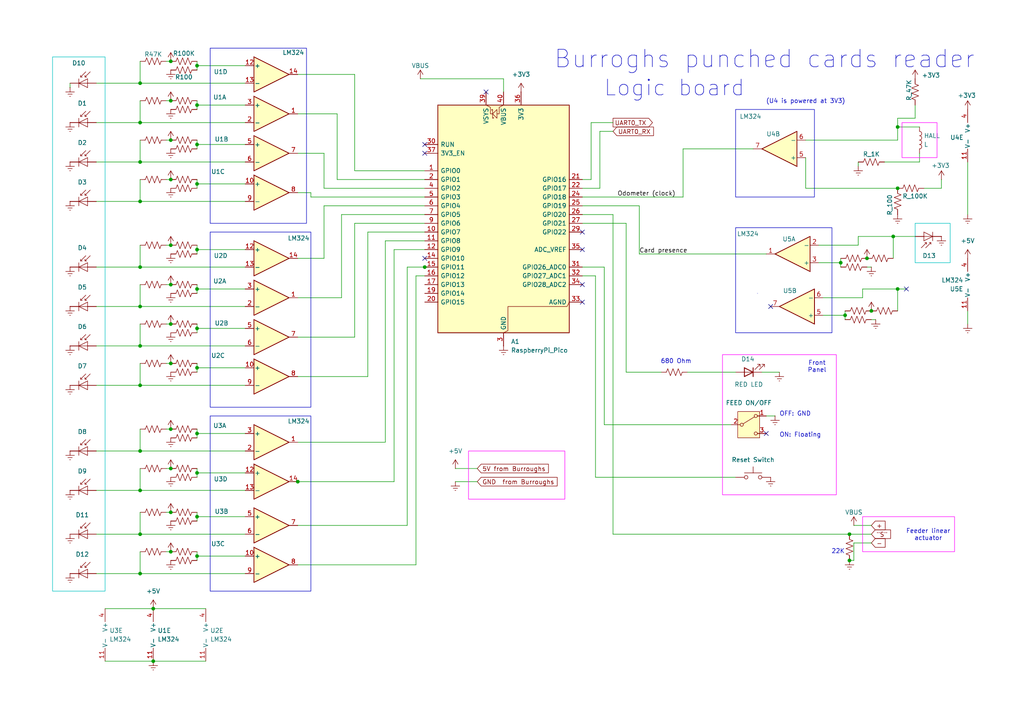
<source format=kicad_sch>
(kicad_sch (version 20250114) (generator "eeschema") (generator_version "9.0")
  (paper "A4")
  (title_block (title "Burroghs Card Reader - Logic board") (date "2025-07-29") (company "Associazione Verde Binario") (comment 1 "Electric Dreams 2025"))
  (rectangle (start 213.36 31.75) (end 236.22 57.15))
  (rectangle (start 15.24 16.51) (end 30.48 171.45) (stroke (width 0) (color 0 194 194 1)))
  (rectangle (start 60.96 120.65) (end 90.17 171.45))
  (rectangle (start 261.62 35.56) (end 271.78 45.72) (stroke (width 0) (color 255 0 255 1)))
  (rectangle (start 135.89 130.81) (end 163.83 144.78) (stroke (width 0) (color 255 0 255 1)))
  (rectangle (start 60.96 67.31) (end 90.17 118.11))
  (rectangle (start 209.55 102.87) (end 242.57 143.51) (stroke (width 0) (color 255 0 255 1)))
  (rectangle (start 60.96 13.97) (end 88.9 64.77))
  (rectangle (start 265.43 64.77) (end 275.59 76.2) (stroke (width 0) (color 0 194 194 1)))
  (rectangle (start 250.19 149.86) (end 276.86 160.02) (stroke (width 0) (color 255 0 255 1)))
  (rectangle (start 213.36 66.04) (end 241.3 96.52))
  (rectangle (start 219.71 85.09) (end 219.71 85.09))
  (text "Front\nPanel" (at 236.982 106.426 0) (effects (font (size 1.27 1.27))))
  (text "680 Ohm\n" (at 196.088 104.902 0) (effects (font (size 1.27 1.27))))
  (text "OFF: GND\n\n" (at 226.06 121.158 0) (effects (font (size 1.27 1.27)) (justify left)))
  (text "Burroghs punched cards reader" (at 221.742 17.272 0) (effects (font (size 5.08 5.08))))
  (text "Feeder linear\nactuator" (at 269.24 155.194 0) (effects (font (size 1.27 1.27))))
  (text "ON: Floating\n" (at 226.06 126.238 0) (effects (font (size 1.27 1.27)) (justify left)))
  (text "22K\n" (at 243.078 160.02 0) (effects (font (size 1.27 1.27))))
  (text "(U4 is powered at 3V3)" (at 233.68 29.464 0) (effects (font (size 1.27 1.27))))
  (text "Logic board\n" (at 195.58 25.654 0) (effects (font (size 4.572 4.572))))
  (junction (at 40.64 46.99))
  (junction (at 57.15 19.05))
  (junction (at 57.15 72.39))
  (junction (at 49.53 160.02))
  (junction (at 259.08 68.58))
  (junction (at 49.53 124.46))
  (junction (at 49.53 71.12))
  (junction (at 57.15 83.82))
  (junction (at 40.64 24.13))
  (junction (at 40.64 88.9))
  (junction (at 86.36 139.7))
  (junction (at 246.38 154.94))
  (junction (at 49.53 29.21))
  (junction (at 123.19 77.47))
  (junction (at 40.64 166.37))
  (junction (at 57.15 30.48))
  (junction (at 44.45 191.77))
  (junction (at 57.15 125.73))
  (junction (at 49.53 135.89))
  (junction (at 49.53 105.41))
  (junction (at 40.64 154.94))
  (junction (at 245.11 91.44))
  (junction (at 251.46 74.93))
  (junction (at 49.53 40.64))
  (junction (at 260.35 36.83))
  (junction (at 40.64 77.47))
  (junction (at 57.15 106.68))
  (junction (at 57.15 95.25))
  (junction (at 260.35 54.61))
  (junction (at 44.45 176.53))
  (junction (at 260.35 83.82))
  (junction (at 49.53 148.59))
  (junction (at 252.73 90.17))
  (junction (at 40.64 130.81))
  (junction (at 57.15 149.86))
  (junction (at 243.84 76.2))
  (junction (at 49.53 17.78))
  (junction (at 57.15 161.29))
  (junction (at 49.53 82.55))
  (junction (at 40.64 100.33))
  (junction (at 57.15 41.91))
  (junction (at 40.64 35.56))
  (junction (at 40.64 142.24))
  (junction (at 49.53 93.98))
  (junction (at 246.38 162.56))
  (junction (at 49.53 52.07))
  (junction (at 40.64 58.42))
  (junction (at 57.15 137.16))
  (junction (at 40.64 111.76))
  (junction (at 57.15 53.34))
  (no_connect (at 123.19 74.93))
  (no_connect (at 262.89 83.82))
  (no_connect (at 140.97 26.67))
  (no_connect (at 168.91 87.63))
  (no_connect (at 123.19 44.45))
  (no_connect (at 123.19 41.91))
  (no_connect (at 168.91 67.31))
  (no_connect (at 223.52 88.9))
  (no_connect (at 222.25 125.73))
  (no_connect (at 168.91 72.39))
  (no_connect (at 168.91 82.55))
  (wire (pts (xy 97.79 52.07) (xy 123.19 52.07)))
  (wire (pts (xy 247.65 162.56) (xy 247.65 157.48)))
  (wire (pts (xy 44.45 191.77) (xy 59.69 191.77)))
  (wire (pts (xy 57.15 93.98) (xy 57.15 95.25)))
  (wire (pts (xy 93.98 44.45) (xy 93.98 54.61)))
  (wire (pts (xy 267.97 54.61) (xy 273.05 54.61)))
  (wire (pts (xy 27.94 24.13) (xy 40.64 24.13)))
  (wire (pts (xy 40.64 29.21) (xy 40.64 35.56)))
  (wire (pts (xy 40.64 93.98) (xy 40.64 100.33)))
  (wire (pts (xy 168.91 52.07) (xy 171.45 52.07)))
  (wire (pts (xy 48.26 71.12) (xy 49.53 71.12)))
  (wire (pts (xy 57.15 125.73) (xy 71.12 125.73)))
  (wire (pts (xy 27.94 166.37) (xy 40.64 166.37)))
  (wire (pts (xy 57.15 95.25) (xy 71.12 95.25)))
  (wire (pts (xy 40.64 58.42) (xy 71.12 58.42)))
  (wire (pts (xy 40.64 142.24) (xy 71.12 142.24)))
  (wire (pts (xy 57.15 30.48) (xy 71.12 30.48)))
  (wire (pts (xy 57.15 125.73) (xy 57.15 127)))
  (wire (pts (xy 57.15 52.07) (xy 57.15 53.34)))
  (wire (pts (xy 27.94 130.81) (xy 40.64 130.81)))
  (wire (pts (xy 57.15 19.05) (xy 57.15 20.32)))
  (wire (pts (xy 168.91 77.47) (xy 175.26 77.47)))
  (wire (pts (xy 111.76 128.27) (xy 111.76 69.85)))
  (wire (pts (xy 245.11 91.44) (xy 245.11 92.71)))
  (wire (pts (xy 172.72 80.01) (xy 168.91 80.01)))
  (wire (pts (xy 265.43 68.58) (xy 259.08 68.58)))
  (wire (pts (xy 273.05 52.07) (xy 273.05 54.61)))
  (wire (pts (xy 185.42 59.69) (xy 168.91 59.69)))
  (wire (pts (xy 260.35 34.29) (xy 260.35 36.83)))
  (wire (pts (xy 90.17 57.15) (xy 123.19 57.15)))
  (wire (pts (xy 48.26 40.64) (xy 49.53 40.64)))
  (wire (pts (xy 86.36 55.88) (xy 90.17 55.88)))
  (wire (pts (xy 259.08 68.58) (xy 248.92 68.58)))
  (wire (pts (xy 185.42 73.66) (xy 222.25 73.66)))
  (wire (pts (xy 102.87 49.53) (xy 123.19 49.53)))
  (wire (pts (xy 168.91 54.61) (xy 173.99 54.61)))
  (wire (pts (xy 132.08 139.7) (xy 138.43 139.7)))
  (wire (pts (xy 40.64 130.81) (xy 71.12 130.81)))
  (wire (pts (xy 30.48 176.53) (xy 44.45 176.53)))
  (wire (pts (xy 173.99 38.1) (xy 173.99 54.61)))
  (wire (pts (xy 175.26 123.19) (xy 212.09 123.19)))
  (wire (pts (xy 120.65 80.01) (xy 120.65 163.83)))
  (wire (pts (xy 40.64 154.94) (xy 71.12 154.94)))
  (wire (pts (xy 260.35 90.17) (xy 260.35 83.82)))
  (wire (pts (xy 27.94 111.76) (xy 40.64 111.76)))
  (wire (pts (xy 57.15 124.46) (xy 57.15 125.73)))
  (wire (pts (xy 86.36 33.02) (xy 97.79 33.02)))
  (wire (pts (xy 248.92 71.12) (xy 237.49 71.12)))
  (wire (pts (xy 57.15 135.89) (xy 57.15 137.16)))
  (wire (pts (xy 168.91 62.23) (xy 177.8 62.23)))
  (wire (pts (xy 27.94 77.47) (xy 40.64 77.47)))
  (wire (pts (xy 48.26 105.41) (xy 49.53 105.41)))
  (wire (pts (xy 57.15 53.34) (xy 71.12 53.34)))
  (wire (pts (xy 27.94 58.42) (xy 40.64 58.42)))
  (wire (pts (xy 57.15 160.02) (xy 57.15 161.29)))
  (wire (pts (xy 57.15 137.16) (xy 57.15 138.43)))
  (wire (pts (xy 252.73 77.47) (xy 251.46 77.47)))
  (wire (pts (xy 57.15 41.91) (xy 71.12 41.91)))
  (wire (pts (xy 44.45 176.53) (xy 59.69 176.53)))
  (wire (pts (xy 57.15 161.29) (xy 71.12 161.29)))
  (wire (pts (xy 40.64 77.47) (xy 71.12 77.47)))
  (wire (pts (xy 86.36 86.36) (xy 99.06 86.36)))
  (wire (pts (xy 30.48 191.77) (xy 44.45 191.77)))
  (wire (pts (xy 57.15 40.64) (xy 57.15 41.91)))
  (wire (pts (xy 40.64 52.07) (xy 40.64 58.42)))
  (wire (pts (xy 57.15 19.05) (xy 71.12 19.05)))
  (wire (pts (xy 233.68 40.64) (xy 260.35 40.64)))
  (wire (pts (xy 57.15 71.12) (xy 57.15 72.39)))
  (wire (pts (xy 93.98 59.69) (xy 123.19 59.69)))
  (wire (pts (xy 111.76 69.85) (xy 123.19 69.85)))
  (wire (pts (xy 123.19 72.39) (xy 114.3 72.39)))
  (wire (pts (xy 57.15 41.91) (xy 57.15 43.18)))
  (wire (pts (xy 254 92.71) (xy 252.73 92.71)))
  (wire (pts (xy 106.68 67.31) (xy 106.68 109.22)))
  (wire (pts (xy 40.64 40.64) (xy 40.64 46.99)))
  (wire (pts (xy 27.94 154.94) (xy 40.64 154.94)))
  (wire (pts (xy 40.64 105.41) (xy 40.64 111.76)))
  (wire (pts (xy 40.64 46.99) (xy 71.12 46.99)))
  (wire (pts (xy 233.68 54.61) (xy 260.35 54.61)))
  (wire (pts (xy 57.15 17.78) (xy 57.15 19.05)))
  (wire (pts (xy 177.8 62.23) (xy 177.8 154.94)))
  (wire (pts (xy 123.19 77.47) (xy 124.46 77.47)))
  (wire (pts (xy 102.87 64.77) (xy 102.87 97.79)))
  (wire (pts (xy 280.67 46.99) (xy 280.67 62.23)))
  (wire (pts (xy 86.36 128.27) (xy 111.76 128.27)))
  (wire (pts (xy 48.26 148.59) (xy 49.53 148.59)))
  (wire (pts (xy 168.91 64.77) (xy 181.61 64.77)))
  (wire (pts (xy 132.08 135.89) (xy 138.43 135.89)))
  (wire (pts (xy 57.15 149.86) (xy 71.12 149.86)))
  (wire (pts (xy 106.68 67.31) (xy 123.19 67.31)))
  (wire (pts (xy 198.12 43.18) (xy 218.44 43.18)))
  (wire (pts (xy 118.11 77.47) (xy 123.19 77.47)))
  (wire (pts (xy 57.15 30.48) (xy 57.15 31.75)))
  (wire (pts (xy 198.12 57.15) (xy 168.91 57.15)))
  (wire (pts (xy 259.08 74.93) (xy 259.08 68.58)))
  (wire (pts (xy 238.76 91.44) (xy 245.11 91.44)))
  (wire (pts (xy 27.94 88.9) (xy 40.64 88.9)))
  (wire (pts (xy 40.64 148.59) (xy 40.64 154.94)))
  (wire (pts (xy 40.64 24.13) (xy 71.12 24.13)))
  (wire (pts (xy 238.76 86.36) (xy 250.19 86.36)))
  (wire (pts (xy 185.42 73.66) (xy 185.42 59.69)))
  (wire (pts (xy 172.72 138.43) (xy 172.72 80.01)))
  (wire (pts (xy 85.09 139.7) (xy 86.36 139.7)))
  (wire (pts (xy 102.87 64.77) (xy 123.19 64.77)))
  (wire (pts (xy 20.32 25.4) (xy 20.32 24.13)))
  (wire (pts (xy 40.64 88.9) (xy 71.12 88.9)))
  (wire (pts (xy 86.36 21.59) (xy 102.87 21.59)))
  (wire (pts (xy 86.36 44.45) (xy 93.98 44.45)))
  (wire (pts (xy 40.64 35.56) (xy 71.12 35.56)))
  (wire (pts (xy 48.26 135.89) (xy 49.53 135.89)))
  (wire (pts (xy 266.7 44.45) (xy 266.7 46.99)))
  (wire (pts (xy 248.92 68.58) (xy 248.92 71.12)))
  (wire (pts (xy 40.64 82.55) (xy 40.64 88.9)))
  (wire (pts (xy 171.45 35.56) (xy 171.45 52.07)))
  (wire (pts (xy 247.65 157.48) (xy 252.73 157.48)))
  (wire (pts (xy 57.15 106.68) (xy 71.12 106.68)))
  (wire (pts (xy 48.26 17.78) (xy 49.53 17.78)))
  (wire (pts (xy 120.65 163.83) (xy 86.36 163.83)))
  (wire (pts (xy 57.15 95.25) (xy 57.15 96.52)))
  (wire (pts (xy 48.26 93.98) (xy 49.53 93.98)))
  (wire (pts (xy 93.98 74.93) (xy 93.98 59.69)))
  (wire (pts (xy 48.26 124.46) (xy 49.53 124.46)))
  (wire (pts (xy 222.25 120.65) (xy 224.79 120.65)))
  (wire (pts (xy 40.64 124.46) (xy 40.64 130.81)))
  (wire (pts (xy 97.79 33.02) (xy 97.79 52.07)))
  (wire (pts (xy 118.11 152.4) (xy 118.11 77.47)))
  (wire (pts (xy 260.35 83.82) (xy 250.19 83.82)))
  (wire (pts (xy 102.87 21.59) (xy 102.87 49.53)))
  (wire (pts (xy 177.8 154.94) (xy 246.38 154.94)))
  (wire (pts (xy 181.61 107.95) (xy 191.77 107.95)))
  (wire (pts (xy 280.67 93.98) (xy 280.67 90.17)))
  (wire (pts (xy 27.94 35.56) (xy 40.64 35.56)))
  (wire (pts (xy 40.64 111.76) (xy 71.12 111.76)))
  (wire (pts (xy 106.68 109.22) (xy 86.36 109.22)))
  (wire (pts (xy 57.15 83.82) (xy 71.12 83.82)))
  (wire (pts (xy 99.06 86.36) (xy 99.06 62.23)))
  (wire (pts (xy 199.39 107.95) (xy 213.36 107.95)))
  (wire (pts (xy 27.94 142.24) (xy 40.64 142.24)))
  (wire (pts (xy 260.35 83.82) (xy 262.89 83.82)))
  (wire (pts (xy 181.61 107.95) (xy 181.61 64.77)))
  (wire (pts (xy 246.38 154.94) (xy 252.73 154.94)))
  (wire (pts (xy 57.15 53.34) (xy 57.15 54.61)))
  (wire (pts (xy 123.19 80.01) (xy 120.65 80.01)))
  (wire (pts (xy 265.43 34.29) (xy 260.35 34.29)))
  (wire (pts (xy 260.35 40.64) (xy 260.35 36.83)))
  (wire (pts (xy 237.49 76.2) (xy 243.84 76.2)))
  (wire (pts (xy 57.15 82.55) (xy 57.15 83.82)))
  (wire (pts (xy 243.84 76.2) (xy 243.84 77.47)))
  (wire (pts (xy 57.15 105.41) (xy 57.15 106.68)))
  (wire (pts (xy 250.19 83.82) (xy 250.19 86.36)))
  (wire (pts (xy 27.94 46.99) (xy 40.64 46.99)))
  (wire (pts (xy 57.15 29.21) (xy 57.15 30.48)))
  (wire (pts (xy 173.99 38.1) (xy 177.8 38.1)))
  (wire (pts (xy 40.64 166.37) (xy 71.12 166.37)))
  (wire (pts (xy 233.68 45.72) (xy 233.68 54.61)))
  (wire (pts (xy 172.72 138.43) (xy 213.36 138.43)))
  (wire (pts (xy 57.15 72.39) (xy 57.15 73.66)))
  (wire (pts (xy 86.36 152.4) (xy 118.11 152.4)))
  (wire (pts (xy 171.45 35.56) (xy 177.8 35.56)))
  (wire (pts (xy 248.92 46.99) (xy 248.92 48.26)))
  (wire (pts (xy 57.15 161.29) (xy 57.15 162.56)))
  (wire (pts (xy 40.64 17.78) (xy 40.64 24.13)))
  (wire (pts (xy 114.3 72.39) (xy 114.3 139.7)))
  (wire (pts (xy 57.15 137.16) (xy 71.12 137.16)))
  (wire (pts (xy 90.17 55.88) (xy 90.17 57.15)))
  (wire (pts (xy 260.35 36.83) (xy 266.7 36.83)))
  (wire (pts (xy 40.64 135.89) (xy 40.64 142.24)))
  (wire (pts (xy 99.06 62.23) (xy 123.19 62.23)))
  (wire (pts (xy 246.38 162.56) (xy 247.65 162.56)))
  (wire (pts (xy 57.15 72.39) (xy 71.12 72.39)))
  (wire (pts (xy 48.26 52.07) (xy 49.53 52.07)))
  (wire (pts (xy 256.54 46.99) (xy 266.7 46.99)))
  (wire (pts (xy 57.15 106.68) (xy 57.15 107.95)))
  (wire (pts (xy 48.26 82.55) (xy 49.53 82.55)))
  (wire (pts (xy 40.64 71.12) (xy 40.64 77.47)))
  (wire (pts (xy 247.65 152.4) (xy 252.73 152.4)))
  (wire (pts (xy 40.64 160.02) (xy 40.64 166.37)))
  (wire (pts (xy 86.36 74.93) (xy 93.98 74.93)))
  (wire (pts (xy 48.26 29.21) (xy 49.53 29.21)))
  (wire (pts (xy 245.11 90.17) (xy 245.11 91.44)))
  (wire (pts (xy 265.43 30.48) (xy 265.43 34.29)))
  (wire (pts (xy 243.84 74.93) (xy 243.84 76.2)))
  (wire (pts (xy 121.92 22.86) (xy 146.05 22.86)))
  (wire (pts (xy 57.15 149.86) (xy 57.15 151.13)))
  (wire (pts (xy 57.15 148.59) (xy 57.15 149.86)))
  (wire (pts (xy 175.26 77.47) (xy 175.26 123.19)))
  (wire (pts (xy 220.98 107.95) (xy 226.06 107.95)))
  (wire (pts (xy 57.15 83.82) (xy 57.15 85.09)))
  (wire (pts (xy 146.05 22.86) (xy 146.05 26.67)))
  (wire (pts (xy 102.87 97.79) (xy 86.36 97.79)))
  (wire (pts (xy 27.94 100.33) (xy 40.64 100.33)))
  (wire (pts (xy 198.12 43.18) (xy 198.12 57.15)))
  (wire (pts (xy 48.26 160.02) (xy 49.53 160.02)))
  (wire (pts (xy 86.36 139.7) (xy 114.3 139.7)))
  (wire (pts (xy 40.64 100.33) (xy 71.12 100.33)))
  (wire (pts (xy 93.98 54.61) (xy 123.19 54.61)))
  (label "Odometer (clock)" (at 179.07 57.15 0))
  (label "Card presence" (at 185.42 73.66 0))
  (global_label "UART0_RX" (shape input) (at 177.8 38.1 0) (property "Intersheetrefs" "${INTERSHEET_REFS}" (effects (hide yes))))
  (global_label "+" (shape input) (at 252.73 152.4 0) (property "Intersheetrefs" "${INTERSHEET_REFS}" (effects (hide yes))))
  (global_label "-" (shape input) (at 252.73 157.48 0) (property "Intersheetrefs" "${INTERSHEET_REFS}" (effects (hide yes))))
  (global_label "GND  from Burroughs" (shape input) (at 138.43 139.7 0) (property "Intersheetrefs" "${INTERSHEET_REFS}" (effects (hide yes))))
  (global_label "UART0_TX" (shape output) (at 177.8 35.56 0) (property "Intersheetrefs" "${INTERSHEET_REFS}" (effects (hide yes))))
  (global_label "\"S\"" (shape input) (at 252.73 154.94 0) (property "Intersheetrefs" "${INTERSHEET_REFS}" (effects (hide yes))))
  (global_label "5V from Burroughs" (shape input) (at 138.43 135.89 0) (property "Intersheetrefs" "${INTERSHEET_REFS}" (effects (hide yes))))
  (symbol (lib_id "power:Earth") (at 224.79 120.65 0) (unit 1)
    (property "Reference" "#PWR059" (effects (hide yes)))
    (property "Value" "Earth" (effects (hide yes)))
    (property "Description" "Power symbol creates a global label with name \"Earth\"" (effects (hide yes)))
  )
  (symbol (lib_id "Device:R_US") (at 195.58 107.95 90) (unit 1)
    (property "Reference" "R47K14" (effects (hide yes)))
    (property "Value" "R_US" (effects (hide yes)))
    (property "Description" "Resistor, US symbol" (effects (hide yes)))
  )
  (symbol (lib_id "Amplifier_Operational:LM324") (at 78.74 97.79 0) (unit 2)
    (property "Reference" "U2" (at 64.262 93.726 0))
    (property "Value" "LM324" (at 86.614 69.088 0))
    (property "Datasheet" "http://www.ti.com/lit/ds/symlink/lm2902-n.pdf" (effects (hide yes)))
    (property "Description" "Low-Power, Quad-Operational Amplifiers, DIP-14/SOIC-14/SSOP-14" (effects (hide yes)))
  )
  (symbol (lib_id "power:Earth") (at 20.32 111.76 0) (unit 1)
    (property "Reference" "#PWR08" (effects (hide yes)))
    (property "Value" "Earth" (effects (hide yes)))
    (property "Description" "Power symbol creates a global label with name \"Earth\"" (effects (hide yes)))
  )
  (symbol (lib_id "Amplifier_Operational:LM324") (at 231.14 88.9 180) (unit 2)
    (property "Reference" "U5" (at 229.108 84.328 0))
    (property "Value" "LM324" (effects (hide yes)))
    (property "Datasheet" "http://www.ti.com/lit/ds/symlink/lm2902-n.pdf" (effects (hide yes)))
    (property "Description" "Low-Power, Quad-Operational Amplifiers, DIP-14/SOIC-14/SSOP-14" (effects (hide yes)))
  )
  (symbol (lib_id "power:+3V3") (at 265.43 22.86 0) (unit 1)
    (property "Reference" "#PWR046" (effects (hide yes)))
    (property "Value" "+3V3" (at 270.002 21.844 0))
    (property "Description" "Power symbol creates a global label with name \"+3V3\"" (effects (hide yes)))
  )
  (symbol (lib_id "Device:R_US") (at 44.45 17.78 270) (unit 1)
    (property "Reference" "R47K" (at 44.45 15.748 90))
    (property "Value" "R_US" (effects (hide yes)))
    (property "Description" "Resistor, US symbol" (effects (hide yes)))
  )
  (symbol (lib_id "Sensor_Optical:BPW82") (at 25.4 88.9 0) (unit 1)
    (property "Reference" "D5" (at 23.876 83.312 0))
    (property "Value" "BPW82" (effects (hide yes)))
    (property "Footprint" "OptoDevice:Osram_BPW82" (effects (hide yes)))
    (property "Datasheet" "http://www.vishay.com/docs/81529/bpw82.pdf" (effects (hide yes)))
    (property "Description" "Silicon PIN Photodiode with Daylight Blocking Filter" (effects (hide yes)))
  )
  (symbol (lib_id "power:Earth") (at 20.32 142.24 0) (unit 1)
    (property "Reference" "#PWR010" (effects (hide yes)))
    (property "Value" "Earth" (effects (hide yes)))
    (property "Description" "Power symbol creates a global label with name \"Earth\"" (effects (hide yes)))
  )
  (symbol (lib_id "Amplifier_Operational:LM324") (at 78.74 33.02 0) (unit 1)
    (property "Reference" "U1" (at 63.754 28.194 0))
    (property "Value" "LM324" (effects (hide yes)))
    (property "Datasheet" "http://www.ti.com/lit/ds/symlink/lm2902-n.pdf" (effects (hide yes)))
    (property "Description" "Low-Power, Quad-Operational Amplifiers, DIP-14/SOIC-14/SSOP-14" (effects (hide yes)))
  )
  (symbol (lib_id "Device:R_US") (at 44.45 82.55 270) (unit 1)
    (property "Reference" "R47K5" (effects (hide yes)))
    (property "Value" "R_US" (effects (hide yes)))
    (property "Description" "Resistor, US symbol" (effects (hide yes)))
  )
  (symbol (lib_id "power:VBUS") (at 252.73 90.17 0) (unit 1)
    (property "Reference" "#PWR051" (effects (hide yes)))
    (property "Value" "VBUS" (effects (hide yes)))
    (property "Description" "Power symbol creates a global label with name \"VBUS\"" (effects (hide yes)))
  )
  (symbol (lib_id "Device:R_US") (at 53.34 43.18 90) (unit 1)
    (property "Reference" "R102" (effects (hide yes)))
    (property "Value" "R_US" (effects (hide yes)))
    (property "Description" "Resistor, US symbol" (effects (hide yes)))
  )
  (symbol (lib_id "power:Earth") (at 226.06 107.95 0) (unit 1)
    (property "Reference" "#PWR063" (effects (hide yes)))
    (property "Value" "Earth" (effects (hide yes)))
    (property "Description" "Power symbol creates a global label with name \"Earth\"" (effects (hide yes)))
  )
  (symbol (lib_id "Amplifier_Operational:LM324") (at 226.06 43.18 180) (unit 2)
    (property "Reference" "U4" (at 224.282 38.862 0))
    (property "Value" "LM324" (at 217.678 33.782 0))
    (property "Datasheet" "http://www.ti.com/lit/ds/symlink/lm2902-n.pdf" (effects (hide yes)))
    (property "Description" "Low-Power, Quad-Operational Amplifiers, DIP-14/SOIC-14/SSOP-14" (effects (hide yes)))
  )
  (symbol (lib_id "power:Earth") (at 20.32 77.47 0) (unit 1)
    (property "Reference" "#PWR05" (effects (hide yes)))
    (property "Value" "Earth" (effects (hide yes)))
    (property "Description" "Power symbol creates a global label with name \"Earth\"" (effects (hide yes)))
  )
  (symbol (lib_id "power:VBUS") (at 49.53 52.07 0) (unit 1)
    (property "Reference" "#PWR017" (effects (hide yes)))
    (property "Value" "VBUS" (effects (hide yes)))
    (property "Description" "Power symbol creates a global label with name \"VBUS\"" (effects (hide yes)))
  )
  (symbol (lib_id "Amplifier_Operational:LM324") (at 78.74 21.59 0) (unit 4)
    (property "Reference" "U1" (at 64.008 20.828 0))
    (property "Value" "LM324" (effects (hide yes)))
    (property "Datasheet" "http://www.ti.com/lit/ds/symlink/lm2902-n.pdf" (effects (hide yes)))
    (property "Description" "Low-Power, Quad-Operational Amplifiers, DIP-14/SOIC-14/SSOP-14" (effects (hide yes)))
  )
  (symbol (lib_id "power:VBUS") (at 49.53 124.46 0) (unit 1)
    (property "Reference" "#PWR022" (effects (hide yes)))
    (property "Value" "VBUS" (effects (hide yes)))
    (property "Description" "Power symbol creates a global label with name \"VBUS\"" (effects (hide yes)))
  )
  (symbol (lib_id "Device:R_US") (at 44.45 29.21 270) (unit 1)
    (property "Reference" "R47K1" (effects (hide yes)))
    (property "Value" "R_US" (effects (hide yes)))
    (property "Description" "Resistor, US symbol" (effects (hide yes)))
  )
  (symbol (lib_id "Amplifier_Operational:LM324") (at 78.74 139.7 0) (unit 4)
    (property "Reference" "U3" (at 64.008 138.938 0))
    (property "Value" "LM324" (effects (hide yes)))
    (property "Datasheet" "http://www.ti.com/lit/ds/symlink/lm2902-n.pdf" (effects (hide yes)))
    (property "Description" "Low-Power, Quad-Operational Amplifiers, DIP-14/SOIC-14/SSOP-14" (effects (hide yes)))
  )
  (symbol (lib_id "Device:R_US") (at 44.45 71.12 270) (unit 1)
    (property "Reference" "R47K4" (effects (hide yes)))
    (property "Value" "R_US" (effects (hide yes)))
    (property "Description" "Resistor, US symbol" (effects (hide yes)))
  )
  (symbol (lib_id "Device:R_US") (at 53.34 31.75 90) (unit 1)
    (property "Reference" "R101" (effects (hide yes)))
    (property "Value" "R_US" (effects (hide yes)))
    (property "Description" "Resistor, US symbol" (effects (hide yes)))
  )
  (symbol (lib_id "Device:R_US") (at 53.34 20.32 90) (unit 1)
    (property "Reference" "R100" (at 53.34 22.352 90))
    (property "Value" "R_US" (effects (hide yes)))
    (property "Description" "Resistor, US symbol" (effects (hide yes)))
  )
  (symbol (lib_id "Device:R_US") (at 53.34 107.95 90) (unit 1)
    (property "Reference" "R107" (effects (hide yes)))
    (property "Value" "R_US" (effects (hide yes)))
    (property "Description" "Resistor, US symbol" (effects (hide yes)))
  )
  (symbol (lib_id "power:VBUS") (at 247.65 152.4 0) (unit 1)
    (property "Reference" "#PWR061" (effects (hide yes)))
    (property "Value" "VBUS" (at 247.65 148.59 0))
    (property "Description" "Power symbol creates a global label with name \"VBUS\"" (effects (hide yes)))
  )
  (symbol (lib_id "Sensor_Optical:BPW82") (at 25.4 166.37 0) (unit 1)
    (property "Reference" "D12" (at 23.876 160.782 0))
    (property "Value" "BPW82" (effects (hide yes)))
    (property "Footprint" "OptoDevice:Osram_BPW82" (effects (hide yes)))
    (property "Datasheet" "http://www.vishay.com/docs/81529/bpw82.pdf" (effects (hide yes)))
    (property "Description" "Silicon PIN Photodiode with Daylight Blocking Filter" (effects (hide yes)))
  )
  (symbol (lib_id "power:Earth") (at 280.67 93.98 0) (unit 1)
    (property "Reference" "#PWR053" (effects (hide yes)))
    (property "Value" "Earth" (effects (hide yes)))
    (property "Description" "Power symbol creates a global label with name \"Earth\"" (effects (hide yes)))
  )
  (symbol (lib_id "power:Earth") (at 49.53 73.66 0) (unit 1)
    (property "Reference" "#PWR029" (effects (hide yes)))
    (property "Value" "Earth" (effects (hide yes)))
    (property "Description" "Power symbol creates a global label with name \"Earth\"" (effects (hide yes)))
  )
  (symbol (lib_id "power:Earth") (at 20.32 100.33 0) (unit 1)
    (property "Reference" "#PWR07" (effects (hide yes)))
    (property "Value" "Earth" (effects (hide yes)))
    (property "Description" "Power symbol creates a global label with name \"Earth\"" (effects (hide yes)))
  )
  (symbol (lib_id "power:Earth") (at 273.05 68.58 0) (unit 1)
    (property "Reference" "#PWR050" (effects (hide yes)))
    (property "Value" "Earth" (effects (hide yes)))
    (property "Description" "Power symbol creates a global label with name \"Earth\"" (effects (hide yes)))
  )
  (symbol (lib_id "Amplifier_Operational:LM324") (at 78.74 109.22 0) (unit 3)
    (property "Reference" "U2" (at 63.246 103.124 0))
    (property "Value" "LM324" (effects (hide yes)))
    (property "Datasheet" "http://www.ti.com/lit/ds/symlink/lm2902-n.pdf" (effects (hide yes)))
    (property "Description" "Low-Power, Quad-Operational Amplifiers, DIP-14/SOIC-14/SSOP-14" (effects (hide yes)))
  )
  (symbol (lib_id "Device:L") (at 266.7 40.64 0) (unit 1)
    (property "Reference" "HALL" (at 267.97 39.3699 0) (effects (justify left)))
    (property "Value" "L" (at 267.97 41.9099 0) (effects (justify left)))
    (property "Description" "Inductor" (effects (hide yes)))
  )
  (symbol (lib_id "Device:R_US") (at 53.34 105.41 90) (unit 1)
    (property "Reference" "R100K7" (effects (hide yes)))
    (property "Value" "R_US" (effects (hide yes)))
    (property "Description" "Resistor, US symbol" (effects (hide yes)))
  )
  (symbol (lib_id "Amplifier_Operational:LM324") (at 78.74 152.4 0) (unit 2)
    (property "Reference" "U3" (at 64.262 148.336 0))
    (property "Value" "LM324" (at 86.614 122.174 0))
    (property "Datasheet" "http://www.ti.com/lit/ds/symlink/lm2902-n.pdf" (effects (hide yes)))
    (property "Description" "Low-Power, Quad-Operational Amplifiers, DIP-14/SOIC-14/SSOP-14" (effects (hide yes)))
  )
  (symbol (lib_id "power:Earth") (at 20.32 46.99 0) (unit 1)
    (property "Reference" "#PWR03" (effects (hide yes)))
    (property "Value" "Earth" (effects (hide yes)))
    (property "Description" "Power symbol creates a global label with name \"Earth\"" (effects (hide yes)))
  )
  (symbol (lib_id "Device:R_US") (at 44.45 93.98 270) (unit 1)
    (property "Reference" "R47K6" (effects (hide yes)))
    (property "Value" "R_US" (effects (hide yes)))
    (property "Description" "Resistor, US symbol" (effects (hide yes)))
  )
  (symbol (lib_id "Sensor_Optical:BPW82") (at 25.4 130.81 0) (unit 1)
    (property "Reference" "D8" (at 23.876 125.222 0))
    (property "Value" "BPW82" (effects (hide yes)))
    (property "Footprint" "OptoDevice:Osram_BPW82" (effects (hide yes)))
    (property "Datasheet" "http://www.vishay.com/docs/81529/bpw82.pdf" (effects (hide yes)))
    (property "Description" "Silicon PIN Photodiode with Daylight Blocking Filter" (effects (hide yes)))
  )
  (symbol (lib_id "Device:R_US") (at 247.65 74.93 270) (unit 1)
    (property "Reference" "R112" (effects (hide yes)))
    (property "Value" "R_US" (effects (hide yes)))
    (property "Description" "Resistor, US symbol" (effects (hide yes)))
  )
  (symbol (lib_id "power:Earth") (at 246.38 162.56 0) (unit 1)
    (property "Reference" "#PWR062" (effects (hide yes)))
    (property "Value" "Earth" (effects (hide yes)))
    (property "Description" "Power symbol creates a global label with name \"Earth\"" (effects (hide yes)))
  )
  (symbol (lib_id "power:VBUS") (at 49.53 135.89 0) (unit 1)
    (property "Reference" "#PWR023" (effects (hide yes)))
    (property "Value" "VBUS" (effects (hide yes)))
    (property "Description" "Power symbol creates a global label with name \"VBUS\"" (effects (hide yes)))
  )
  (symbol (lib_id "Amplifier_Operational:LM324") (at 62.23 184.15 0) (unit 5)
    (property "Reference" "U2" (at 60.96 182.8799 0) (effects (justify left)))
    (property "Value" "LM324" (at 60.96 185.4199 0) (effects (justify left)))
    (property "Datasheet" "http://www.ti.com/lit/ds/symlink/lm2902-n.pdf" (effects (hide yes)))
    (property "Description" "Low-Power, Quad-Operational Amplifiers, DIP-14/SOIC-14/SSOP-14" (effects (hide yes)))
  )
  (symbol (lib_id "Device:R_US") (at 53.34 127 90) (unit 1)
    (property "Reference" "R108" (effects (hide yes)))
    (property "Value" "R_US" (effects (hide yes)))
    (property "Description" "Resistor, US symbol" (effects (hide yes)))
  )
  (symbol (lib_id "power:+3V3") (at 273.05 52.07 0) (unit 1)
    (property "Reference" "#PWR057" (effects (hide yes)))
    (property "Value" "+3V3" (at 272.796 48.006 0))
    (property "Description" "Power symbol creates a global label with name \"+3V3\"" (effects (hide yes)))
  )
  (symbol (lib_id "Device:R_US") (at 44.45 52.07 270) (unit 1)
    (property "Reference" "R47K3" (effects (hide yes)))
    (property "Value" "R_US" (effects (hide yes)))
    (property "Description" "Resistor, US symbol" (effects (hide yes)))
  )
  (symbol (lib_id "Device:R_US") (at 252.73 46.99 90) (unit 1)
    (property "Reference" "R_1K" (at 252.73 44.704 90))
    (property "Value" "R_US" (effects (hide yes)))
    (property "Description" "Resistor, US symbol" (effects (hide yes)))
  )
  (symbol (lib_id "power:VBUS") (at 49.53 71.12 0) (unit 1)
    (property "Reference" "#PWR018" (effects (hide yes)))
    (property "Value" "VBUS" (effects (hide yes)))
    (property "Description" "Power symbol creates a global label with name \"VBUS\"" (effects (hide yes)))
  )
  (symbol (lib_id "power:Earth") (at 252.73 77.47 0) (unit 1)
    (property "Reference" "#PWR048" (effects (hide yes)))
    (property "Value" "Earth" (effects (hide yes)))
    (property "Description" "Power symbol creates a global label with name \"Earth\"" (effects (hide yes)))
  )
  (symbol (lib_id "power:VBUS") (at 121.92 22.86 0) (unit 1)
    (property "Reference" "#PWR056" (effects (hide yes)))
    (property "Value" "VBUS" (at 121.92 19.05 0))
    (property "Description" "Power symbol creates a global label with name \"VBUS\"" (effects (hide yes)))
  )
  (symbol (lib_id "Device:R_US") (at 53.34 85.09 90) (unit 1)
    (property "Reference" "R105" (effects (hide yes)))
    (property "Value" "R_US" (effects (hide yes)))
    (property "Description" "Resistor, US symbol" (effects (hide yes)))
  )
  (symbol (lib_id "Sensor_Optical:BPW82") (at 25.4 46.99 0) (unit 1)
    (property "Reference" "D2" (at 23.876 41.402 0))
    (property "Value" "BPW82" (effects (hide yes)))
    (property "Footprint" "OptoDevice:Osram_BPW82" (effects (hide yes)))
    (property "Datasheet" "http://www.vishay.com/docs/81529/bpw82.pdf" (effects (hide yes)))
    (property "Description" "Silicon PIN Photodiode with Daylight Blocking Filter" (effects (hide yes)))
  )
  (symbol (lib_id "Device:R_US") (at 248.92 92.71 270) (unit 1)
    (property "Reference" "R100K13" (effects (hide yes)))
    (property "Value" "R_US" (effects (hide yes)))
    (property "Description" "Resistor, US symbol" (effects (hide yes)))
  )
  (symbol (lib_id "Device:R_US") (at 246.38 158.75 180) (unit 1)
    (property "Reference" "R47K15" (effects (hide yes)))
    (property "Value" "R_US" (effects (hide yes)))
    (property "Description" "Resistor, US symbol" (effects (hide yes)))
  )
  (symbol (lib_id "power:Earth") (at 49.53 107.95 0) (unit 1)
    (property "Reference" "#PWR030" (effects (hide yes)))
    (property "Value" "Earth" (effects (hide yes)))
    (property "Description" "Power symbol creates a global label with name \"Earth\"" (effects (hide yes)))
  )
  (symbol (lib_id "Amplifier_Operational:LM324") (at 78.74 163.83 0) (unit 3)
    (property "Reference" "U3" (at 63.246 157.734 0))
    (property "Value" "LM324" (effects (hide yes)))
    (property "Datasheet" "http://www.ti.com/lit/ds/symlink/lm2902-n.pdf" (effects (hide yes)))
    (property "Description" "Low-Power, Quad-Operational Amplifiers, DIP-14/SOIC-14/SSOP-14" (effects (hide yes)))
  )
  (symbol (lib_id "Device:R_US") (at 44.45 148.59 270) (unit 1)
    (property "Reference" "R47K10" (effects (hide yes)))
    (property "Value" "R_US" (effects (hide yes)))
    (property "Description" "Resistor, US symbol" (effects (hide yes)))
  )
  (symbol (lib_id "Amplifier_Operational:LM324") (at 283.21 82.55 0) (unit 5)
    (property "Reference" "U5" (at 279.4 83.8201 0) (effects (justify right)))
    (property "Value" "LM324" (at 279.4 81.2801 0) (effects (justify right)))
    (property "Datasheet" "http://www.ti.com/lit/ds/symlink/lm2902-n.pdf" (effects (hide yes)))
    (property "Description" "Low-Power, Quad-Operational Amplifiers, DIP-14/SOIC-14/SSOP-14" (effects (hide yes)))
  )
  (symbol (lib_id "Device:R_US") (at 247.65 77.47 270) (unit 1)
    (property "Reference" "R100K12" (effects (hide yes)))
    (property "Value" "R_US" (effects (hide yes)))
    (property "Description" "Resistor, US symbol" (effects (hide yes)))
  )
  (symbol (lib_id "Device:R_US") (at 44.45 160.02 270) (unit 1)
    (property "Reference" "R47K11" (effects (hide yes)))
    (property "Value" "R_US" (effects (hide yes)))
    (property "Description" "Resistor, US symbol" (effects (hide yes)))
  )
  (symbol (lib_id "power:Earth") (at 260.35 62.23 0) (unit 1)
    (property "Reference" "#PWR045" (effects (hide yes)))
    (property "Value" "Earth" (effects (hide yes)))
    (property "Description" "Power symbol creates a global label with name \"Earth\"" (effects (hide yes)))
  )
  (symbol (lib_id "power:+3V3") (at 280.67 31.75 0) (unit 1)
    (property "Reference" "#PWR058" (effects (hide yes)))
    (property "Value" "+3V3" (at 280.416 27.686 0))
    (property "Description" "Power symbol creates a global label with name \"+3V3\"" (effects (hide yes)))
  )
  (symbol (lib_id "Sensor_Optical:BPW82") (at 267.97 68.58 180) (unit 1)
    (property "Reference" "D13" (at 269.494 74.168 0))
    (property "Value" "BPW82" (effects (hide yes)))
    (property "Footprint" "OptoDevice:Osram_BPW82" (effects (hide yes)))
    (property "Datasheet" "http://www.vishay.com/docs/81529/bpw82.pdf" (effects (hide yes)))
    (property "Description" "Silicon PIN Photodiode with Daylight Blocking Filter" (effects (hide yes)))
  )
  (symbol (lib_id "power:Earth") (at 20.32 130.81 0) (unit 1)
    (property "Reference" "#PWR09" (effects (hide yes)))
    (property "Value" "Earth" (effects (hide yes)))
    (property "Description" "Power symbol creates a global label with name \"Earth\"" (effects (hide yes)))
  )
  (symbol (lib_id "Device:R_US") (at 44.45 124.46 270) (unit 1)
    (property "Reference" "R47K8" (effects (hide yes)))
    (property "Value" "R_US" (effects (hide yes)))
    (property "Description" "Resistor, US symbol" (effects (hide yes)))
  )
  (symbol (lib_id "power:Earth") (at 49.53 127 0) (unit 1)
    (property "Reference" "#PWR031" (effects (hide yes)))
    (property "Value" "Earth" (effects (hide yes)))
    (property "Description" "Power symbol creates a global label with name \"Earth\"" (effects (hide yes)))
  )
  (symbol (lib_id "Device:R_US") (at 53.34 124.46 90) (unit 1)
    (property "Reference" "R100K8" (effects (hide yes)))
    (property "Value" "R_US" (effects (hide yes)))
    (property "Description" "Resistor, US symbol" (effects (hide yes)))
  )
  (symbol (lib_id "power:VBUS") (at 49.53 160.02 0) (unit 1)
    (property "Reference" "#PWR025" (effects (hide yes)))
    (property "Value" "VBUS" (effects (hide yes)))
    (property "Description" "Power symbol creates a global label with name \"VBUS\"" (effects (hide yes)))
  )
  (symbol (lib_id "Device:R_US") (at 256.54 90.17 90) (unit 1)
    (property "Reference" "R47K13" (effects (hide yes)))
    (property "Value" "R_US" (effects (hide yes)))
    (property "Description" "Resistor, US symbol" (effects (hide yes)))
  )
  (symbol (lib_id "power:VBUS") (at 49.53 40.64 0) (unit 1)
    (property "Reference" "#PWR016" (effects (hide yes)))
    (property "Value" "VBUS" (effects (hide yes)))
    (property "Description" "Power symbol creates a global label with name \"VBUS\"" (effects (hide yes)))
  )
  (symbol (lib_id "Device:R_US") (at 53.34 96.52 90) (unit 1)
    (property "Reference" "R106" (effects (hide yes)))
    (property "Value" "R_US" (effects (hide yes)))
    (property "Description" "Resistor, US symbol" (effects (hide yes)))
  )
  (symbol (lib_id "power:+5V") (at 280.67 74.93 0) (unit 1)
    (property "Reference" "#PWR041" (effects (hide yes)))
    (property "Value" "+5V" (at 280.67 69.85 0))
    (property "Description" "Power symbol creates a global label with name \"+5V\"" (effects (hide yes)))
  )
  (symbol (lib_id "power:Earth") (at 44.45 191.77 0) (unit 1)
    (property "Reference" "#PWR035" (effects (hide yes)))
    (property "Value" "Earth" (effects (hide yes)))
    (property "Description" "Power symbol creates a global label with name \"Earth\"" (effects (hide yes)))
  )
  (symbol (lib_id "power:Earth") (at 20.32 25.4 0) (unit 1)
    (property "Reference" "#PWR01" (effects (hide yes)))
    (property "Value" "Earth" (effects (hide yes)))
    (property "Description" "Power symbol creates a global label with name \"Earth\"" (effects (hide yes)))
  )
  (symbol (lib_id "Amplifier_Operational:LM324") (at 283.21 39.37 0) (unit 5)
    (property "Reference" "U4" (at 275.59 39.878 0) (effects (justify left)))
    (property "Value" "LM324" (effects (hide yes)))
    (property "Datasheet" "http://www.ti.com/lit/ds/symlink/lm2902-n.pdf" (effects (hide yes)))
    (property "Description" "Low-Power, Quad-Operational Amplifiers, DIP-14/SOIC-14/SSOP-14" (effects (hide yes)))
  )
  (symbol (lib_id "power:Earth") (at 254 92.71 0) (unit 1)
    (property "Reference" "#PWR052" (effects (hide yes)))
    (property "Value" "Earth" (effects (hide yes)))
    (property "Description" "Power symbol creates a global label with name \"Earth\"" (effects (hide yes)))
  )
  (symbol (lib_id "Amplifier_Operational:LM324") (at 78.74 128.27 0) (unit 1)
    (property "Reference" "U3" (at 63.754 123.444 0))
    (property "Value" "LM324" (effects (hide yes)))
    (property "Datasheet" "http://www.ti.com/lit/ds/symlink/lm2902-n.pdf" (effects (hide yes)))
    (property "Description" "Low-Power, Quad-Operational Amplifiers, DIP-14/SOIC-14/SSOP-14" (effects (hide yes)))
  )
  (symbol (lib_id "power:Earth") (at 280.67 62.23 0) (unit 1)
    (property "Reference" "#PWR044" (effects (hide yes)))
    (property "Value" "Earth" (effects (hide yes)))
    (property "Description" "Power symbol creates a global label with name \"Earth\"" (effects (hide yes)))
  )
  (symbol (lib_id "power:Earth") (at 49.53 162.56 0) (unit 1)
    (property "Reference" "#PWR033" (effects (hide yes)))
    (property "Value" "Earth" (effects (hide yes)))
    (property "Description" "Power symbol creates a global label with name \"Earth\"" (effects (hide yes)))
  )
  (symbol (lib_id "power:Earth") (at 223.52 138.43 0) (unit 1)
    (property "Reference" "#PWR060" (effects (hide yes)))
    (property "Value" "Earth" (effects (hide yes)))
    (property "Description" "Power symbol creates a global label with name \"Earth\"" (effects (hide yes)))
  )
  (symbol (lib_id "Device:R_US") (at 53.34 148.59 90) (unit 1)
    (property "Reference" "R100K10" (effects (hide yes)))
    (property "Value" "R_US" (effects (hide yes)))
    (property "Description" "Resistor, US symbol" (effects (hide yes)))
  )
  (symbol (lib_id "Device:R_US") (at 53.34 93.98 90) (unit 1)
    (property "Reference" "R100K6" (effects (hide yes)))
    (property "Value" "R_US" (effects (hide yes)))
    (property "Description" "Resistor, US symbol" (effects (hide yes)))
  )
  (symbol (lib_id "Device:R_US") (at 53.34 52.07 90) (unit 1)
    (property "Reference" "R100K3" (effects (hide yes)))
    (property "Value" "R_US" (effects (hide yes)))
    (property "Description" "Resistor, US symbol" (effects (hide yes)))
  )
  (symbol (lib_id "Sensor_Optical:BPW82") (at 25.4 142.24 0) (unit 1)
    (property "Reference" "D9" (at 23.876 136.652 0))
    (property "Value" "BPW82" (effects (hide yes)))
    (property "Footprint" "OptoDevice:Osram_BPW82" (effects (hide yes)))
    (property "Datasheet" "http://www.vishay.com/docs/81529/bpw82.pdf" (effects (hide yes)))
    (property "Description" "Silicon PIN Photodiode with Daylight Blocking Filter" (effects (hide yes)))
  )
  (symbol (lib_id "Switch:SW_SPDT") (at 217.17 123.19 0) (unit 1)
    (property "Reference" "SW1" (effects (hide yes)))
    (property "Value" "FEED ON/OFF" (at 217.17 116.84 0))
    (property "Description" "Switch, single pole double throw" (effects (hide yes)))
  )
  (symbol (lib_id "Amplifier_Operational:LM324") (at 46.99 184.15 0) (unit 5)
    (property "Reference" "U1" (at 45.72 182.8799 0) (effects (justify left)))
    (property "Value" "LM324" (at 45.72 185.4199 0) (effects (justify left)))
    (property "Datasheet" "http://www.ti.com/lit/ds/symlink/lm2902-n.pdf" (effects (hide yes)))
    (property "Description" "Low-Power, Quad-Operational Amplifiers, DIP-14/SOIC-14/SSOP-14" (effects (hide yes)))
  )
  (symbol (lib_id "power:VBUS") (at 49.53 29.21 0) (unit 1)
    (property "Reference" "#PWR015" (effects (hide yes)))
    (property "Value" "VBUS" (effects (hide yes)))
    (property "Description" "Power symbol creates a global label with name \"VBUS\"" (effects (hide yes)))
  )
  (symbol (lib_id "Device:R_US") (at 53.34 135.89 90) (unit 1)
    (property "Reference" "R100K9" (effects (hide yes)))
    (property "Value" "R_US" (effects (hide yes)))
    (property "Description" "Resistor, US symbol" (effects (hide yes)))
  )
  (symbol (lib_id "Device:R_US") (at 260.35 58.42 0) (unit 1)
    (property "Reference" "R_100" (at 258.064 59.436 90))
    (property "Value" "R_US" (effects (hide yes)))
    (property "Description" "Resistor, US symbol" (effects (hide yes)))
  )
  (symbol (lib_id "Device:R_US") (at 248.92 90.17 270) (unit 1)
    (property "Reference" "R113" (effects (hide yes)))
    (property "Value" "R_US" (effects (hide yes)))
    (property "Description" "Resistor, US symbol" (effects (hide yes)))
  )
  (symbol (lib_id "Amplifier_Operational:LM324") (at 78.74 55.88 0) (unit 3)
    (property "Reference" "U1" (at 63.246 49.784 0))
    (property "Value" "LM324" (effects (hide yes)))
    (property "Datasheet" "http://www.ti.com/lit/ds/symlink/lm2902-n.pdf" (effects (hide yes)))
    (property "Description" "Low-Power, Quad-Operational Amplifiers, DIP-14/SOIC-14/SSOP-14" (effects (hide yes)))
  )
  (symbol (lib_id "power:Earth") (at 49.53 96.52 0) (unit 1)
    (property "Reference" "#PWR038" (effects (hide yes)))
    (property "Value" "Earth" (effects (hide yes)))
    (property "Description" "Power symbol creates a global label with name \"Earth\"" (effects (hide yes)))
  )
  (symbol (lib_id "power:VBUS") (at 49.53 93.98 0) (unit 1)
    (property "Reference" "#PWR020" (effects (hide yes)))
    (property "Value" "VBUS" (effects (hide yes)))
    (property "Description" "Power symbol creates a global label with name \"VBUS\"" (effects (hide yes)))
  )
  (symbol (lib_id "power:Earth") (at 20.32 154.94 0) (unit 1)
    (property "Reference" "#PWR012" (effects (hide yes)))
    (property "Value" "Earth" (effects (hide yes)))
    (property "Description" "Power symbol creates a global label with name \"Earth\"" (effects (hide yes)))
  )
  (symbol (lib_id "Device:R_US") (at 53.34 54.61 90) (unit 1)
    (property "Reference" "R103" (effects (hide yes)))
    (property "Value" "R_US" (effects (hide yes)))
    (property "Description" "Resistor, US symbol" (effects (hide yes)))
  )
  (symbol (lib_id "Amplifier_Operational:LM324") (at 229.87 73.66 180) (unit 1)
    (property "Reference" "U5" (at 228.854 69.342 0))
    (property "Value" "LM324" (at 216.916 67.818 0))
    (property "Datasheet" "http://www.ti.com/lit/ds/symlink/lm2902-n.pdf" (effects (hide yes)))
    (property "Description" "Low-Power, Quad-Operational Amplifiers, DIP-14/SOIC-14/SSOP-14" (effects (hide yes)))
  )
  (symbol (lib_id "power:VBUS") (at 49.53 82.55 0) (unit 1)
    (property "Reference" "#PWR019" (effects (hide yes)))
    (property "Value" "VBUS" (effects (hide yes)))
    (property "Description" "Power symbol creates a global label with name \"VBUS\"" (effects (hide yes)))
  )
  (symbol (lib_id "power:VBUS") (at 49.53 17.78 0) (unit 1)
    (property "Reference" "#PWR014" (effects (hide yes)))
    (property "Value" "VBUS" (effects (hide yes)))
    (property "Description" "Power symbol creates a global label with name \"VBUS\"" (effects (hide yes)))
  )
  (symbol (lib_id "Amplifier_Operational:LM324") (at 78.74 44.45 0) (unit 2)
    (property "Reference" "U1" (at 64.262 40.386 0))
    (property "Value" "LM324" (at 85.09 15.24 0))
    (property "Datasheet" "http://www.ti.com/lit/ds/symlink/lm2902-n.pdf" (effects (hide yes)))
    (property "Description" "Low-Power, Quad-Operational Amplifiers, DIP-14/SOIC-14/SSOP-14" (effects (hide yes)))
  )
  (symbol (lib_id "power:Earth") (at 49.53 138.43 0) (unit 1)
    (property "Reference" "#PWR037" (effects (hide yes)))
    (property "Value" "Earth" (effects (hide yes)))
    (property "Description" "Power symbol creates a global label with name \"Earth\"" (effects (hide yes)))
  )
  (symbol (lib_id "power:Earth") (at 20.32 35.56 0) (unit 1)
    (property "Reference" "#PWR02" (effects (hide yes)))
    (property "Value" "Earth" (effects (hide yes)))
    (property "Description" "Power symbol creates a global label with name \"Earth\"" (effects (hide yes)))
  )
  (symbol (lib_id "Device:LED") (at 217.17 107.95 180) (unit 1)
    (property "Reference" "D14" (at 216.916 104.14 0))
    (property "Value" "RED LED" (at 217.17 111.506 0))
    (property "Description" "Light emitting diode" (effects (hide yes)))
    (property "Sim.Pins" "1=K 2=A" (effects (hide yes)))
  )
  (symbol (lib_id "Sensor_Optical:BPW82") (at 25.4 154.94 0) (unit 1)
    (property "Reference" "D11" (at 23.876 149.352 0))
    (property "Value" "BPW82" (effects (hide yes)))
    (property "Footprint" "OptoDevice:Osram_BPW82" (effects (hide yes)))
    (property "Datasheet" "http://www.vishay.com/docs/81529/bpw82.pdf" (effects (hide yes)))
    (property "Description" "Silicon PIN Photodiode with Daylight Blocking Filter" (effects (hide yes)))
  )
  (symbol (lib_id "MCU_Module:RaspberryPi_Pico") (at 146.05 64.77 0) (unit 1)
    (property "Reference" "A1" (at 148.1933 99.06 0) (effects (justify left)))
    (property "Value" "RaspberryPi_Pico" (at 148.1933 101.6 0) (effects (justify left)))
    (property "Footprint" "Module:RaspberryPi_Pico_Common_Unspecified" (effects (hide yes)))
    (property "Datasheet" "https://datasheets.raspberrypi.com/pico/pico-datasheet.pdf" (effects (hide yes)))
    (property "Description" "Versatile and inexpensive microcontroller module powered by RP2040 dual-core Arm Cortex-M0+ processor up to 133 MHz, 264kB SRAM, 2MB QSPI flash; also supports Raspberry Pi Pico 2" (effects (hide yes)))
  )
  (symbol (lib_id "power:Earth") (at 146.05 100.33 0) (unit 1)
    (property "Reference" "#PWR043" (effects (hide yes)))
    (property "Value" "Earth" (effects (hide yes)))
    (property "Description" "Power symbol creates a global label with name \"Earth\"" (effects (hide yes)))
  )
  (symbol (lib_id "Sensor_Optical:BPW82") (at 25.4 77.47 0) (unit 1)
    (property "Reference" "D4" (at 23.876 71.882 0))
    (property "Value" "BPW82" (effects (hide yes)))
    (property "Footprint" "OptoDevice:Osram_BPW82" (effects (hide yes)))
    (property "Datasheet" "http://www.vishay.com/docs/81529/bpw82.pdf" (effects (hide yes)))
    (property "Description" "Silicon PIN Photodiode with Daylight Blocking Filter" (effects (hide yes)))
  )
  (symbol (lib_id "Amplifier_Operational:LM324") (at 33.02 184.15 0) (unit 5)
    (property "Reference" "U3" (at 31.75 182.8799 0) (effects (justify left)))
    (property "Value" "LM324" (at 31.75 185.4199 0) (effects (justify left)))
    (property "Datasheet" "http://www.ti.com/lit/ds/symlink/lm2902-n.pdf" (effects (hide yes)))
    (property "Description" "Low-Power, Quad-Operational Amplifiers, DIP-14/SOIC-14/SSOP-14" (effects (hide yes)))
  )
  (symbol (lib_id "Device:R_US") (at 53.34 160.02 90) (unit 1)
    (property "Reference" "R100K11" (effects (hide yes)))
    (property "Value" "R_US" (effects (hide yes)))
    (property "Description" "Resistor, US symbol" (effects (hide yes)))
  )
  (symbol (lib_id "Device:R_US") (at 53.34 40.64 90) (unit 1)
    (property "Reference" "R100K2" (effects (hide yes)))
    (property "Value" "R_US" (effects (hide yes)))
    (property "Description" "Resistor, US symbol" (effects (hide yes)))
  )
  (symbol (lib_id "power:VBUS") (at 49.53 105.41 0) (unit 1)
    (property "Reference" "#PWR021" (effects (hide yes)))
    (property "Value" "VBUS" (effects (hide yes)))
    (property "Description" "Power symbol creates a global label with name \"VBUS\"" (effects (hide yes)))
  )
  (symbol (lib_id "power:Earth") (at 132.08 139.7 0) (unit 1)
    (property "Reference" "#PWR064" (effects (hide yes)))
    (property "Value" "Earth" (effects (hide yes)))
    (property "Description" "Power symbol creates a global label with name \"Earth\"" (effects (hide yes)))
  )
  (symbol (lib_id "Device:R_US") (at 53.34 138.43 90) (unit 1)
    (property "Reference" "R109" (effects (hide yes)))
    (property "Value" "R_US" (effects (hide yes)))
    (property "Description" "Resistor, US symbol" (effects (hide yes)))
  )
  (symbol (lib_id "power:Earth") (at 248.92 48.26 0) (unit 1)
    (property "Reference" "#PWR054" (effects (hide yes)))
    (property "Value" "Earth" (effects (hide yes)))
    (property "Description" "Power symbol creates a global label with name \"Earth\"" (effects (hide yes)))
  )
  (symbol (lib_id "Switch:SW_Push") (at 218.44 138.43 0) (unit 1)
    (property "Reference" "SW2" (effects (hide yes)))
    (property "Value" "Reset Switch" (at 218.44 133.35 0))
    (property "Description" "Push button switch, generic, two pins" (effects (hide yes)))
  )
  (symbol (lib_id "Device:R_US") (at 53.34 17.78 90) (unit 1)
    (property "Reference" "R100K" (at 53.34 15.494 90))
    (property "Value" "R_US" (effects (hide yes)))
    (property "Description" "Resistor, US symbol" (effects (hide yes)))
  )
  (symbol (lib_id "Device:R_US") (at 44.45 105.41 270) (unit 1)
    (property "Reference" "R47K7" (effects (hide yes)))
    (property "Value" "R_US" (effects (hide yes)))
    (property "Description" "Resistor, US symbol" (effects (hide yes)))
  )
  (symbol (lib_id "power:+5V") (at 44.45 176.53 0) (unit 1)
    (property "Reference" "#PWR040" (effects (hide yes)))
    (property "Value" "+5V" (at 44.45 171.45 0))
    (property "Description" "Power symbol creates a global label with name \"+5V\"" (effects (hide yes)))
  )
  (symbol (lib_id "power:Earth") (at 20.32 166.37 0) (unit 1)
    (property "Reference" "#PWR011" (effects (hide yes)))
    (property "Value" "Earth" (effects (hide yes)))
    (property "Description" "Power symbol creates a global label with name \"Earth\"" (effects (hide yes)))
  )
  (symbol (lib_id "Device:R_US") (at 53.34 71.12 90) (unit 1)
    (property "Reference" "R100K4" (effects (hide yes)))
    (property "Value" "R_US" (effects (hide yes)))
    (property "Description" "Resistor, US symbol" (effects (hide yes)))
  )
  (symbol (lib_id "power:VBUS") (at 49.53 148.59 0) (unit 1)
    (property "Reference" "#PWR024" (effects (hide yes)))
    (property "Value" "VBUS" (effects (hide yes)))
    (property "Description" "Power symbol creates a global label with name \"VBUS\"" (effects (hide yes)))
  )
  (symbol (lib_id "power:Earth") (at 49.53 151.13 0) (unit 1)
    (property "Reference" "#PWR032" (effects (hide yes)))
    (property "Value" "Earth" (effects (hide yes)))
    (property "Description" "Power symbol creates a global label with name \"Earth\"" (effects (hide yes)))
  )
  (symbol (lib_id "Sensor_Optical:BPW82") (at 25.4 100.33 0) (unit 1)
    (property "Reference" "D6" (at 23.876 94.742 0))
    (property "Value" "BPW82" (effects (hide yes)))
    (property "Footprint" "OptoDevice:Osram_BPW82" (effects (hide yes)))
    (property "Datasheet" "http://www.vishay.com/docs/81529/bpw82.pdf" (effects (hide yes)))
    (property "Description" "Silicon PIN Photodiode with Daylight Blocking Filter" (effects (hide yes)))
  )
  (symbol (lib_id "Amplifier_Operational:LM324") (at 78.74 86.36 0) (unit 1)
    (property "Reference" "U2" (at 63.754 81.534 0))
    (property "Value" "LM324" (effects (hide yes)))
    (property "Datasheet" "http://www.ti.com/lit/ds/symlink/lm2902-n.pdf" (effects (hide yes)))
    (property "Description" "Low-Power, Quad-Operational Amplifiers, DIP-14/SOIC-14/SSOP-14" (effects (hide yes)))
  )
  (symbol (lib_id "Device:R_US") (at 255.27 74.93 90) (unit 1)
    (property "Reference" "R47K12" (effects (hide yes)))
    (property "Value" "R_US" (effects (hide yes)))
    (property "Description" "Resistor, US symbol" (effects (hide yes)))
  )
  (symbol (lib_id "power:Earth") (at 49.53 20.32 0) (unit 1)
    (property "Reference" "#PWR013" (effects (hide yes)))
    (property "Value" "Earth" (effects (hide yes)))
    (property "Description" "Power symbol creates a global label with name \"Earth\"" (effects (hide yes)))
  )
  (symbol (lib_id "power:Earth") (at 49.53 43.18 0) (unit 1)
    (property "Reference" "#PWR027" (effects (hide yes)))
    (property "Value" "Earth" (effects (hide yes)))
    (property "Description" "Power symbol creates a global label with name \"Earth\"" (effects (hide yes)))
  )
  (symbol (lib_id "power:Earth") (at 20.32 88.9 0) (unit 1)
    (property "Reference" "#PWR06" (effects (hide yes)))
    (property "Value" "Earth" (effects (hide yes)))
    (property "Description" "Power symbol creates a global label with name \"Earth\"" (effects (hide yes)))
  )
  (symbol (lib_id "power:Earth") (at 49.53 85.09 0) (unit 1)
    (property "Reference" "#PWR039" (effects (hide yes)))
    (property "Value" "Earth" (effects (hide yes)))
    (property "Description" "Power symbol creates a global label with name \"Earth\"" (effects (hide yes)))
  )
  (symbol (lib_id "power:Earth") (at 49.53 54.61 0) (unit 1)
    (property "Reference" "#PWR028" (effects (hide yes)))
    (property "Value" "Earth" (effects (hide yes)))
    (property "Description" "Power symbol creates a global label with name \"Earth\"" (effects (hide yes)))
  )
  (symbol (lib_id "Device:R_US") (at 53.34 73.66 90) (unit 1)
    (property "Reference" "R104" (effects (hide yes)))
    (property "Value" "R_US" (effects (hide yes)))
    (property "Description" "Resistor, US symbol" (effects (hide yes)))
  )
  (symbol (lib_id "Device:R_US") (at 44.45 135.89 270) (unit 1)
    (property "Reference" "R47K9" (effects (hide yes)))
    (property "Value" "R_US" (effects (hide yes)))
    (property "Description" "Resistor, US symbol" (effects (hide yes)))
  )
  (symbol (lib_id "power:Earth") (at 20.32 58.42 0) (unit 1)
    (property "Reference" "#PWR04" (effects (hide yes)))
    (property "Value" "Earth" (effects (hide yes)))
    (property "Description" "Power symbol creates a global label with name \"Earth\"" (effects (hide yes)))
  )
  (symbol (lib_id "Device:R_US") (at 44.45 40.64 270) (unit 1)
    (property "Reference" "R47K2" (effects (hide yes)))
    (property "Value" "R_US" (effects (hide yes)))
    (property "Description" "Resistor, US symbol" (effects (hide yes)))
  )
  (symbol (lib_id "Amplifier_Operational:LM324") (at 78.74 74.93 0) (unit 4)
    (property "Reference" "U2" (at 64.008 74.168 0))
    (property "Value" "LM324" (effects (hide yes)))
    (property "Datasheet" "http://www.ti.com/lit/ds/symlink/lm2902-n.pdf" (effects (hide yes)))
    (property "Description" "Low-Power, Quad-Operational Amplifiers, DIP-14/SOIC-14/SSOP-14" (effects (hide yes)))
  )
  (symbol (lib_id "Device:R_US") (at 53.34 162.56 90) (unit 1)
    (property "Reference" "R111" (effects (hide yes)))
    (property "Value" "R_US" (effects (hide yes)))
    (property "Description" "Resistor, US symbol" (effects (hide yes)))
  )
  (symbol (lib_id "Sensor_Optical:BPW82") (at 25.4 24.13 0) (unit 1)
    (property "Reference" "D10" (at 22.86 18.288 0))
    (property "Value" "BPW82" (effects (hide yes)))
    (property "Footprint" "OptoDevice:Osram_BPW82" (effects (hide yes)))
    (property "Datasheet" "http://www.vishay.com/docs/81529/bpw82.pdf" (effects (hide yes)))
    (property "Description" "Silicon PIN Photodiode with Daylight Blocking Filter" (effects (hide yes)))
  )
  (symbol (lib_id "power:VBUS") (at 251.46 74.93 0) (unit 1)
    (property "Reference" "#PWR047" (effects (hide yes)))
    (property "Value" "VBUS" (effects (hide yes)))
    (property "Description" "Power symbol creates a global label with name \"VBUS\"" (effects (hide yes)))
  )
  (symbol (lib_id "Sensor_Optical:BPW82") (at 25.4 58.42 0) (unit 1)
    (property "Reference" "D3" (at 23.876 52.832 0))
    (property "Value" "BPW82" (effects (hide yes)))
    (property "Footprint" "OptoDevice:Osram_BPW82" (effects (hide yes)))
    (property "Datasheet" "http://www.vishay.com/docs/81529/bpw82.pdf" (effects (hide yes)))
    (property "Description" "Silicon PIN Photodiode with Daylight Blocking Filter" (effects (hide yes)))
  )
  (symbol (lib_id "Device:R_US") (at 53.34 82.55 90) (unit 1)
    (property "Reference" "R100K5" (effects (hide yes)))
    (property "Value" "R_US" (effects (hide yes)))
    (property "Description" "Resistor, US symbol" (effects (hide yes)))
  )
  (symbol (lib_id "power:+3V3") (at 151.13 26.67 0) (unit 1)
    (property "Reference" "#PWR055" (effects (hide yes)))
    (property "Value" "+3V3" (at 151.13 21.59 0))
    (property "Description" "Power symbol creates a global label with name \"+3V3\"" (effects (hide yes)))
  )
  (symbol (lib_id "Device:R_US") (at 53.34 151.13 90) (unit 1)
    (property "Reference" "R110" (effects (hide yes)))
    (property "Value" "R_US" (effects (hide yes)))
    (property "Description" "Resistor, US symbol" (effects (hide yes)))
  )
  (symbol (lib_id "Device:R_US") (at 53.34 29.21 90) (unit 1)
    (property "Reference" "R100K1" (effects (hide yes)))
    (property "Value" "R_US" (effects (hide yes)))
    (property "Description" "Resistor, US symbol" (effects (hide yes)))
  )
  (symbol (lib_id "Sensor_Optical:BPW82") (at 25.4 111.76 0) (unit 1)
    (property "Reference" "D7" (at 23.876 106.172 0))
    (property "Value" "BPW82" (effects (hide yes)))
    (property "Footprint" "OptoDevice:Osram_BPW82" (effects (hide yes)))
    (property "Datasheet" "http://www.vishay.com/docs/81529/bpw82.pdf" (effects (hide yes)))
    (property "Description" "Silicon PIN Photodiode with Daylight Blocking Filter" (effects (hide yes)))
  )
  (symbol (lib_id "Device:R_US") (at 264.16 54.61 90) (unit 1)
    (property "Reference" "R_100K" (at 265.43 56.896 90))
    (property "Value" "R_US" (effects (hide yes)))
    (property "Description" "Resistor, US symbol" (effects (hide yes)))
  )
  (symbol (lib_id "Device:R_US") (at 265.43 26.67 180) (unit 1)
    (property "Reference" "R_47K" (at 263.652 26.162 90))
    (property "Value" "R_US" (effects (hide yes)))
    (property "Description" "Resistor, US symbol" (effects (hide yes)))
  )
  (symbol (lib_id "power:+5V") (at 132.08 135.89 0) (unit 1)
    (property "Reference" "#PWR042" (effects (hide yes)))
    (property "Value" "+5V" (at 132.08 130.81 0))
    (property "Description" "Power symbol creates a global label with name \"+5V\"" (effects (hide yes)))
  )
  (symbol (lib_id "Sensor_Optical:BPW82") (at 25.4 35.56 0) (unit 1)
    (property "Reference" "D1" (at 23.876 29.972 0))
    (property "Value" "BPW82" (effects (hide yes)))
    (property "Footprint" "OptoDevice:Osram_BPW82" (effects (hide yes)))
    (property "Datasheet" "http://www.vishay.com/docs/81529/bpw82.pdf" (effects (hide yes)))
    (property "Description" "Silicon PIN Photodiode with Daylight Blocking Filter" (effects (hide yes)))
  )
  (symbol (lib_id "power:Earth") (at 49.53 31.75 0) (unit 1)
    (property "Reference" "#PWR026" (effects (hide yes)))
    (property "Value" "Earth" (effects (hide yes)))
    (property "Description" "Power symbol creates a global label with name \"Earth\"" (effects (hide yes)))
  )
)
</source>
